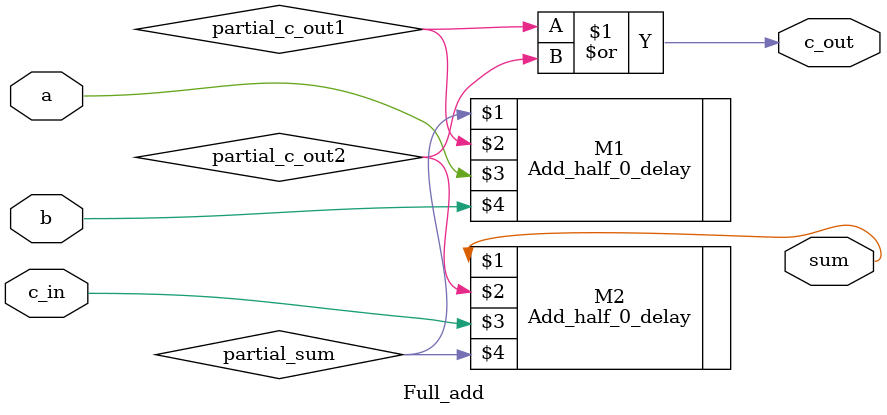
<source format=v>
`timescale 1ns / 1ps
module Full_add( sum, c_out, a, b, c_in);

	 output sum, c_out;
	
	 input a, b, c_in;
	  
	 wire partial_c_out1, partial_c_out2, partial_sum;
	 
	 Add_half_0_delay M1(partial_sum, partial_c_out1, a, b);
	 
	 Add_half_0_delay M2(sum, partial_c_out2, c_in, partial_sum);
	 
	 or(c_out, partial_c_out1, partial_c_out2);

endmodule

</source>
